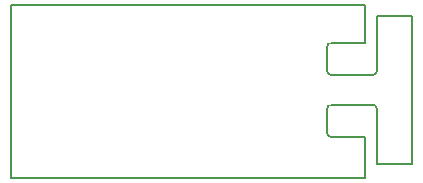
<source format=gko>
%FSLAX24Y24*%
%MOIN*%
G70*
G01*
G75*
G04 Layer_Color=16711935*
%ADD10R,0.0280X0.0360*%
%ADD11R,0.0360X0.0280*%
%ADD12R,0.0400X0.0400*%
%ADD13O,0.0177X0.0827*%
%ADD14R,0.0827X0.0197*%
%ADD15C,0.0100*%
%ADD16C,0.0200*%
%ADD17C,0.0591*%
%ADD18R,0.0591X0.0591*%
%ADD19R,0.0591X0.0591*%
%ADD20C,0.0315*%
%ADD21O,0.1575X0.0650*%
%ADD22C,0.0700*%
%ADD23C,0.0500*%
G04:AMPARAMS|DCode=24|XSize=70.9mil|YSize=51.2mil|CornerRadius=6.4mil|HoleSize=0mil|Usage=FLASHONLY|Rotation=270.000|XOffset=0mil|YOffset=0mil|HoleType=Round|Shape=RoundedRectangle|*
%AMROUNDEDRECTD24*
21,1,0.0709,0.0384,0,0,270.0*
21,1,0.0581,0.0512,0,0,270.0*
1,1,0.0128,-0.0192,-0.0290*
1,1,0.0128,-0.0192,0.0290*
1,1,0.0128,0.0192,0.0290*
1,1,0.0128,0.0192,-0.0290*
%
%ADD24ROUNDEDRECTD24*%
%ADD25C,0.0236*%
%ADD26C,0.0098*%
%ADD27C,0.0010*%
%ADD28C,0.0079*%
%ADD29R,0.0360X0.0440*%
%ADD30R,0.0440X0.0360*%
%ADD31R,0.0480X0.0480*%
%ADD32O,0.0257X0.0907*%
%ADD33R,0.0907X0.0277*%
%ADD34C,0.0671*%
%ADD35R,0.0671X0.0671*%
%ADD36R,0.0671X0.0671*%
%ADD37C,0.0395*%
%ADD38O,0.1655X0.0730*%
%ADD39C,0.0780*%
%ADD40C,0.0580*%
G04:AMPARAMS|DCode=41|XSize=78.9mil|YSize=59.2mil|CornerRadius=10.4mil|HoleSize=0mil|Usage=FLASHONLY|Rotation=270.000|XOffset=0mil|YOffset=0mil|HoleType=Round|Shape=RoundedRectangle|*
%AMROUNDEDRECTD41*
21,1,0.0789,0.0384,0,0,270.0*
21,1,0.0581,0.0592,0,0,270.0*
1,1,0.0208,-0.0192,-0.0290*
1,1,0.0208,-0.0192,0.0290*
1,1,0.0208,0.0192,0.0290*
1,1,0.0208,0.0192,-0.0290*
%
%ADD41ROUNDEDRECTD41*%
%ADD42C,0.0050*%
%ADD43C,0.0059*%
D43*
X33720Y29567D02*
G03*
X33563Y29724I-157J0D01*
G01*
Y30709D02*
G03*
X33720Y30866I0J157D01*
G01*
X32047Y28799D02*
G03*
X32205Y28642I157J0D01*
G01*
X32205Y29724D02*
G03*
X32047Y29567I0J-157D01*
G01*
X32205Y31791D02*
G03*
X32047Y31634I0J-157D01*
G01*
X32047Y30866D02*
G03*
X32205Y30709I157J0D01*
G01*
X33720Y27756D02*
X34882D01*
Y32677D01*
X33720D02*
X34882D01*
X33720Y27756D02*
Y29567D01*
Y30866D02*
Y32677D01*
X32047Y28799D02*
Y29567D01*
X32205Y31791D02*
X33327D01*
X32047Y30866D02*
Y31634D01*
X32205Y30709D02*
X33563D01*
X32205Y29724D02*
X33563Y29724D01*
X21516Y33031D02*
X33327D01*
X21516Y27283D02*
Y33031D01*
X32205Y28642D02*
X33327D01*
Y27283D02*
Y28642D01*
Y31791D02*
Y33031D01*
X21516Y27283D02*
X33327D01*
M02*

</source>
